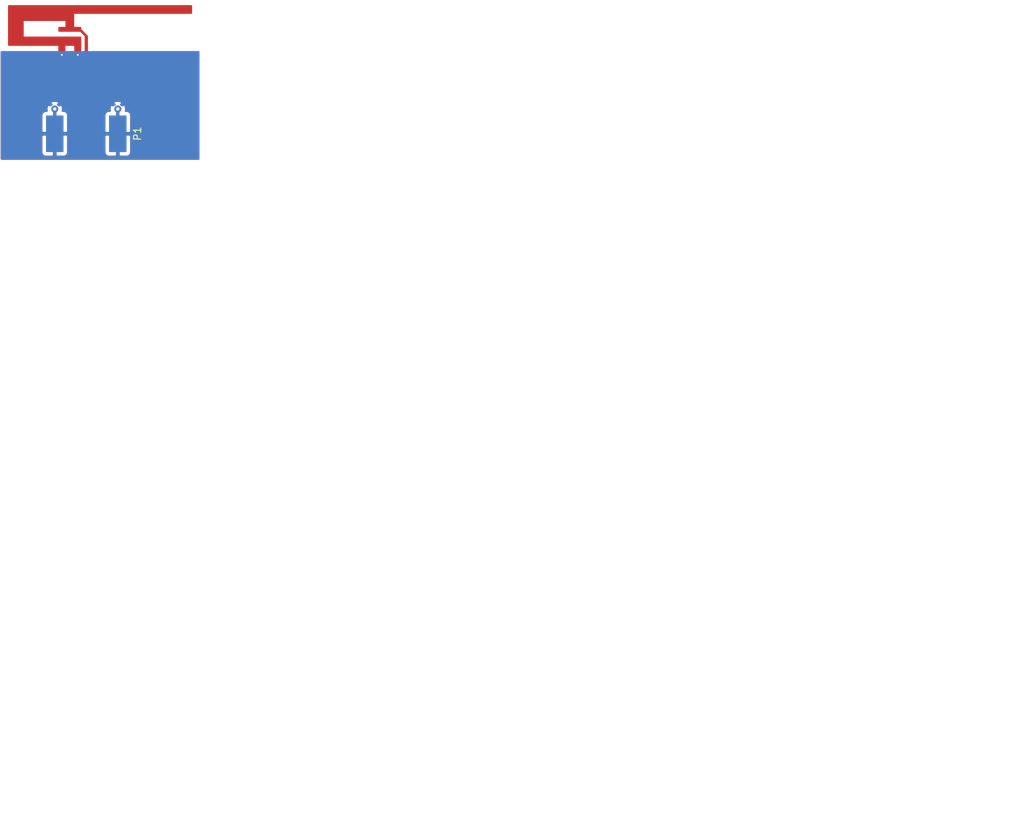
<source format=kicad_pcb>
(kicad_pcb (version 4) (host pcbnew 4.0.5)

  (general
    (links 10)
    (no_connects 2)
    (area 130.328999 78.030399 272.295714 194.39)
    (thickness 1.6)
    (drawings 7)
    (tracks 2)
    (zones 0)
    (modules 1)
    (nets 2)
  )

  (page A4)
  (layers
    (0 F.Cu signal)
    (31 B.Cu signal)
    (32 B.Adhes user)
    (33 F.Adhes user)
    (34 B.Paste user)
    (35 F.Paste user)
    (36 B.SilkS user)
    (37 F.SilkS user)
    (38 B.Mask user)
    (39 F.Mask user)
    (40 Dwgs.User user)
    (41 Cmts.User user)
    (42 Eco1.User user hide)
    (43 Eco2.User user hide)
    (44 Edge.Cuts user)
    (45 Margin user)
    (46 B.CrtYd user)
    (47 F.CrtYd user)
    (48 B.Fab user)
    (49 F.Fab user)
  )

  (setup
    (last_trace_width 0.254)
    (trace_clearance 0.254)
    (zone_clearance 0.508)
    (zone_45_only yes)
    (trace_min 0.127)
    (segment_width 0.2)
    (edge_width 1.9812)
    (via_size 0.3556)
    (via_drill 0.254)
    (via_min_size 0.254)
    (via_min_drill 0.254)
    (uvia_size 0.2032)
    (uvia_drill 0.1524)
    (uvias_allowed no)
    (uvia_min_size 0.2032)
    (uvia_min_drill 0.1524)
    (pcb_text_width 0.3)
    (pcb_text_size 1.5 1.5)
    (mod_edge_width 0.15)
    (mod_text_size 1 1)
    (mod_text_width 0.15)
    (pad_size 5.08 2.29)
    (pad_drill 0.6)
    (pad_to_mask_clearance 0.2)
    (aux_axis_origin 130.429 100.2284)
    (grid_origin 130.429 100.2284)
    (visible_elements 7FFFFFFF)
    (pcbplotparams
      (layerselection 0x030f0_80000001)
      (usegerberextensions false)
      (excludeedgelayer true)
      (linewidth 0.100000)
      (plotframeref false)
      (viasonmask false)
      (mode 1)
      (useauxorigin false)
      (hpglpennumber 1)
      (hpglpenspeed 20)
      (hpglpendiameter 15)
      (hpglpenoverlay 2)
      (psnegative false)
      (psa4output false)
      (plotreference true)
      (plotvalue true)
      (plotinvisibletext false)
      (padsonsilk false)
      (subtractmaskfromsilk false)
      (outputformat 1)
      (mirror false)
      (drillshape 0)
      (scaleselection 1)
      (outputdirectory ""))
  )

  (net 0 "")
  (net 1 GND)

  (net_class Default "This is the default net class."
    (clearance 0.254)
    (trace_width 0.254)
    (via_dia 0.3556)
    (via_drill 0.254)
    (uvia_dia 0.2032)
    (uvia_drill 0.1524)
    (add_net GND)
  )

  (module Connectors_Molex:Molex_SMA_Jack_Edge_Mount (layer F.Cu) (tedit 58AB8E5D) (tstamp 58AA3CD6)
    (at 142.3162 94.8944 90)
    (descr "Molex SMA Jack, Edge Mount, http://www.molex.com/pdm_docs/sd/732511150_sd.pdf")
    (tags "sma edge")
    (path /58AA3B9E)
    (attr smd)
    (fp_text reference P1 (at -1.72 7.11 90) (layer F.SilkS)
      (effects (font (size 1 1) (thickness 0.15)))
    )
    (fp_text value CONN_01X02 (at -1.72 -7.11 90) (layer F.Fab)
      (effects (font (size 1 1) (thickness 0.15)))
    )
    (fp_line (start -4.76 -0.38) (end 0.49 -0.38) (layer F.Fab) (width 0.1))
    (fp_line (start -4.76 0.38) (end 0.49 0.38) (layer F.Fab) (width 0.1))
    (fp_line (start 0.49 -0.38) (end 0.49 0.38) (layer F.Fab) (width 0.1))
    (fp_line (start 0.49 3.75) (end 0.49 4.76) (layer F.Fab) (width 0.1))
    (fp_line (start 0.49 -4.76) (end 0.49 -3.75) (layer F.Fab) (width 0.1))
    (fp_line (start -14.29 -6.09) (end -14.29 6.09) (layer F.CrtYd) (width 0.05))
    (fp_line (start -14.29 6.09) (end 2.71 6.09) (layer F.CrtYd) (width 0.05))
    (fp_line (start 2.71 -6.09) (end 2.71 6.09) (layer B.CrtYd) (width 0.05))
    (fp_line (start -14.29 -6.09) (end 2.71 -6.09) (layer B.CrtYd) (width 0.05))
    (fp_line (start -14.29 -6.09) (end -14.29 6.09) (layer B.CrtYd) (width 0.05))
    (fp_line (start -14.29 6.09) (end 2.71 6.09) (layer B.CrtYd) (width 0.05))
    (fp_line (start 2.71 -6.09) (end 2.71 6.09) (layer F.CrtYd) (width 0.05))
    (fp_line (start 2.71 -6.09) (end -14.29 -6.09) (layer F.CrtYd) (width 0.05))
    (fp_line (start -4.76 -3.75) (end 0.49 -3.75) (layer F.Fab) (width 0.1))
    (fp_line (start -4.76 3.75) (end 0.49 3.75) (layer F.Fab) (width 0.1))
    (fp_line (start -13.79 -2.65) (end -5.91 -2.65) (layer F.Fab) (width 0.1))
    (fp_line (start -13.79 -2.65) (end -13.79 2.65) (layer F.Fab) (width 0.1))
    (fp_line (start -13.79 2.65) (end -5.91 2.65) (layer F.Fab) (width 0.1))
    (fp_line (start -4.76 -3.75) (end -4.76 3.75) (layer F.Fab) (width 0.1))
    (fp_line (start 0.49 -4.76) (end -5.91 -4.76) (layer F.Fab) (width 0.1))
    (fp_line (start -5.91 -4.76) (end -5.91 4.76) (layer F.Fab) (width 0.1))
    (fp_line (start -5.91 4.76) (end 0.49 4.76) (layer F.Fab) (width 0.1))
    (pad 1 smd rect (at -1.72 0 90) (size 5.08 2.29) (layers F.Cu F.Paste F.Mask)
      (net 1 GND))
    (pad 2 smd rect (at -1.72 -4.38 90) (size 5.08 2.42) (layers F.Cu F.Paste F.Mask)
      (net 1 GND))
    (pad 2 smd rect (at -1.72 4.38 90) (size 5.08 2.42) (layers F.Cu F.Paste F.Mask)
      (net 1 GND))
    (pad 2 smd rect (at -1.72 -4.38 90) (size 5.08 2.42) (layers B.Cu B.Paste B.Mask)
      (net 1 GND))
    (pad 2 smd rect (at -1.72 4.38 90) (size 5.08 2.42) (layers B.Cu B.Paste B.Mask)
      (net 1 GND))
    (pad 2 thru_hole circle (at 1.72 -4.38 90) (size 0.97 0.97) (drill 0.46) (layers *.Cu)
      (net 1 GND))
    (pad 2 thru_hole circle (at 1.72 4.38 90) (size 0.97 0.97) (drill 0.46) (layers *.Cu)
      (net 1 GND))
    (pad 2 smd rect (at 1.27 -4.38 90) (size 0.89 0.46) (layers F.Cu)
      (net 1 GND))
    (pad 2 smd rect (at 1.27 4.38 90) (size 0.89 0.46) (layers F.Cu)
      (net 1 GND))
    (pad 2 smd rect (at 1.27 -4.38 90) (size 0.89 0.46) (layers B.Cu)
      (net 1 GND))
    (pad 2 smd rect (at 1.27 4.38 90) (size 0.89 0.46) (layers B.Cu)
      (net 1 GND))
  )

  (gr_line (start 158.0388 100.2284) (end 130.429 100.2284) (angle 90) (layer Margin) (width 0.2))
  (gr_line (start 158.0388 78.1304) (end 158.0388 100.2284) (angle 90) (layer Margin) (width 0.2))
  (gr_line (start 130.429 78.1304) (end 158.0388 78.1304) (angle 90) (layer Margin) (width 0.2))
  (gr_line (start 130.429 100.2284) (end 130.429 78.1304) (angle 90) (layer Margin) (width 0.2))
  (gr_text 0.1 (at 270.51 193.04) (layer Cmts.User)
    (effects (font (size 1.5 1.5) (thickness 0.3)))
  )
  (gr_text "February 19, 2017" (at 217.17 193.04) (layer Cmts.User)
    (effects (font (size 1.5 1.5) (thickness 0.3)))
  )
  (gr_text "Inverted F Antenna Test Board" (at 203.835 189.23) (layer Cmts.User)
    (effects (font (size 1.5 1.5) (thickness 0.3)))
  )

  (via (at 141.1351 85.6488) (size 0.3556) (drill 0.254) (layers F.Cu B.Cu) (net 1))
  (via (at 138.9253 85.6488) (size 0.3556) (drill 0.254) (layers F.Cu B.Cu) (net 1))

  (zone (net 1) (net_name GND) (layer F.Cu) (tstamp 58AA42EA) (hatch edge 0.508)
    (connect_pads (clearance 0.254))
    (min_thickness 0.254)
    (fill yes (arc_segments 16) (thermal_gap 0.508) (thermal_bridge_width 0.508))
    (polygon
      (pts
        (xy 130.429 85.1408) (xy 138.43 85.1408) (xy 138.43 84.4042) (xy 131.445 84.4042) (xy 131.445 78.74)
        (xy 157.0228 78.74) (xy 157.0228 79.9592) (xy 140.6398 79.9592) (xy 140.6398 81.7626) (xy 141.6304 81.7626)
        (xy 141.6304 82.0928) (xy 142.5448 83.0072) (xy 142.5448 85.1408) (xy 142.8496 85.1408) (xy 142.8496 94.4626)
        (xy 143.002 94.4626) (xy 143.002 85.1408) (xy 158.0388 85.1408) (xy 158.0388 100.2284) (xy 130.429 100.2284)
      )
    )
    (polygon
      (pts        (xy 133.6294 80.9498) (xy 133.6294 83.1088) (xy 141.6304 83.1088) (xy 141.6304 94.4626) (xy 141.7828 94.4626)
        (xy 141.7828 85.1408) (xy 142.0876 85.1408) (xy 142.0876 83.058) (xy 141.478 82.4484) (xy 138.43 82.4484)
        (xy 138.43 81.7626) (xy 139.4206 81.7626) (xy 139.4206 80.9498)
      )
    )
    (polygon
      (pts        (xy 139.4206 84.4042) (xy 139.4206 85.1408) (xy 140.6398 85.1408) (xy 140.6398 84.4042)
      )
    )
    (filled_polygon
      (pts
        (xy 156.8958 79.8322) (xy 140.6398 79.8322) (xy 140.59039 79.842206) (xy 140.548765 79.870647) (xy 140.521485 79.913041)
        (xy 140.5128 79.9592) (xy 140.5128 81.7626) (xy 140.522806 81.81201) (xy 140.551247 81.853635) (xy 140.593641 81.880915)
        (xy 140.6398 81.8896) (xy 141.5034 81.8896) (xy 141.5034 82.0928) (xy 141.513406 82.14221) (xy 141.540597 82.182603)
        (xy 142.4178 83.059806) (xy 142.4178 85.1408) (xy 142.427806 85.19021) (xy 142.456247 85.231835) (xy 142.498641 85.259115)
        (xy 142.5448 85.2678) (xy 142.7226 85.2678) (xy 142.7226 93.4394) (xy 142.60195 93.4394) (xy 142.4432 93.59815)
        (xy 142.4432 96.8248) (xy 142.1892 96.8248) (xy 142.1892 93.59815) (xy 142.03045 93.4394) (xy 141.9098 93.4394)
        (xy 141.9098 85.2678) (xy 142.0876 85.2678) (xy 142.13701 85.257794) (xy 142.178635 85.229353) (xy 142.205915 85.186959)
        (xy 142.2146 85.1408) (xy 142.2146 83.058) (xy 142.204594 83.00859) (xy 142.177403 82.968197) (xy 141.567803 82.358597)
        (xy 141.525789 82.330734) (xy 141.478 82.3214) (xy 138.557 82.3214) (xy 138.557 81.8896) (xy 139.4206 81.8896)
        (xy 139.47001 81.879594) (xy 139.511635 81.851153) (xy 139.538915 81.808759) (xy 139.5476 81.7626) (xy 139.5476 80.9498)
        (xy 139.537594 80.90039) (xy 139.509153 80.858765) (xy 139.466759 80.831485) (xy 139.4206 80.8228) (xy 133.6294 80.8228)
        (xy 133.57999 80.832806) (xy 133.538365 80.861247) (xy 133.511085 80.903641) (xy 133.5024 80.9498) (xy 133.5024 83.1088)
        (xy 133.512406 83.15821) (xy 133.540847 83.199835) (xy 133.583241 83.227115) (xy 133.6294 83.2358) (xy 141.5034 83.2358)
        (xy 141.5034 93.4394) (xy 141.04489 93.4394) (xy 140.811501 93.536073) (xy 140.632873 93.714702) (xy 140.5362 93.948091)
        (xy 140.5362 96.32865) (xy 140.5382 96.33065) (xy 140.5382 96.89815) (xy 140.5362 96.90015) (xy 140.5362 99.280709)
        (xy 140.632873 99.514098) (xy 140.811501 99.692727) (xy 141.04489 99.7894) (xy 142.03045 99.7894) (xy 142.04865 99.7712)
        (xy 142.58375 99.7712) (xy 142.60195 99.7894) (xy 143.58751 99.7894) (xy 143.820899 99.692727) (xy 143.999527 99.514098)
        (xy 144.0962 99.280709) (xy 144.0962 96.90015) (xy 144.8512 96.90015) (xy 144.8512 99.280709) (xy 144.947873 99.514098)
        (xy 145.126501 99.692727) (xy 145.35989 99.7894) (xy 146.41045 99.7894) (xy 146.5692 99.63065) (xy 146.5692 96.7414)
        (xy 146.8232 96.7414) (xy 146.8232 99.63065) (xy 146.98195 99.7894) (xy 148.03251 99.7894) (xy 148.265899 99.692727)
        (xy 148.444527 99.514098) (xy 148.5412 99.280709) (xy 148.5412 96.90015) (xy 148.38245 96.7414) (xy 146.8232 96.7414)
        (xy 146.5692 96.7414) (xy 145.00995 96.7414) (xy 144.8512 96.90015) (xy 144.0962 96.90015) (xy 144.0942 96.89815)
        (xy 144.0942 96.33065) (xy 144.0962 96.32865) (xy 144.0962 93.948091) (xy 144.8512 93.948091) (xy 144.8512 96.32865)
        (xy 145.00995 96.4874) (xy 146.5692 96.4874) (xy 146.5692 96.4674) (xy 146.8232 96.4674) (xy 146.8232 96.4874)
        (xy 148.38245 96.4874) (xy 148.5412 96.32865) (xy 148.5412 93.948091) (xy 148.444527 93.714702) (xy 148.265899 93.536073)
        (xy 148.03251 93.4394) (xy 147.788329 93.4394) (xy 147.829349 93.315836) (xy 147.797218 92.871432) (xy 147.688968 92.610092)
        (xy 147.4754 92.574805) (xy 147.347515 92.70269) (xy 147.285899 92.641073) (xy 147.119038 92.571957) (xy 147.295795 92.3952)
        (xy 147.260508 92.181632) (xy 146.837636 92.041251) (xy 146.393232 92.073382) (xy 146.131892 92.181632) (xy 146.096605 92.3952)
        (xy 146.273362 92.571957) (xy 146.106501 92.641073) (xy 146.044885 92.70269) (xy 145.917 92.574805) (xy 145.703432 92.610092)
        (xy 145.563051 93.032964) (xy 145.592437 93.4394) (xy 145.35989 93.4394) (xy 145.126501 93.536073) (xy 144.947873 93.714702)
        (xy 144.8512 93.948091) (xy 144.0962 93.948091) (xy 143.999527 93.714702) (xy 143.820899 93.536073) (xy 143.58751 93.4394)
        (xy 143.129 93.4394) (xy 143.129 85.2678) (xy 157.9118 85.2678) (xy 157.9118 100.1014) (xy 130.556 100.1014)
        (xy 130.556 96.90015) (xy 136.0912 96.90015) (xy 136.0912 99.280709) (xy 136.187873 99.514098) (xy 136.366501 99.692727)
        (xy 136.59989 99.7894) (xy 137.65045 99.7894) (xy 137.8092 99.63065) (xy 137.8092 96.7414) (xy 138.0632 96.7414)
        (xy 138.0632 99.63065) (xy 138.22195 99.7894) (xy 139.27251 99.7894) (xy 139.505899 99.692727) (xy 139.684527 99.514098)
        (xy 139.7812 99.280709) (xy 139.7812 96.90015) (xy 139.62245 96.7414) (xy 138.0632 96.7414) (xy 137.8092 96.7414)
        (xy 136.24995 96.7414) (xy 136.0912 96.90015) (xy 130.556 96.90015) (xy 130.556 93.948091) (xy 136.0912 93.948091)
        (xy 136.0912 96.32865) (xy 136.24995 96.4874) (xy 137.8092 96.4874) (xy 137.8092 96.4674) (xy 138.0632 96.4674)
        (xy 138.0632 96.4874) (xy 139.62245 96.4874) (xy 139.7812 96.32865) (xy 139.7812 93.948091) (xy 139.684527 93.714702)
        (xy 139.505899 93.536073) (xy 139.27251 93.4394) (xy 139.028329 93.4394) (xy 139.069349 93.315836) (xy 139.037218 92.871432)
        (xy 138.928968 92.610092) (xy 138.7154 92.574805) (xy 138.587515 92.70269) (xy 138.525899 92.641073) (xy 138.359038 92.571957)
        (xy 138.535795 92.3952) (xy 138.500508 92.181632) (xy 138.077636 92.041251) (xy 137.633232 92.073382) (xy 137.371892 92.181632)
        (xy 137.336605 92.3952) (xy 137.513362 92.571957) (xy 137.346501 92.641073) (xy 137.284885 92.70269) (xy 137.157 92.574805)
        (xy 136.943432 92.610092) (xy 136.803051 93.032964) (xy 136.832437 93.4394) (xy 136.59989 93.4394) (xy 136.366501 93.536073)
        (xy 136.187873 93.714702) (xy 136.0912 93.948091) (xy 130.556 93.948091) (xy 130.556 85.2678) (xy 138.43 85.2678)
        (xy 138.47941 85.257794) (xy 138.521035 85.229353) (xy 138.548315 85.186959) (xy 138.557 85.1408) (xy 138.557 84.4042)
        (xy 139.2936 84.4042) (xy 139.2936 85.1408) (xy 139.303606 85.19021) (xy 139.332047 85.231835) (xy 139.374441 85.259115)
        (xy 139.4206 85.2678) (xy 140.6398 85.2678) (xy 140.68921 85.257794) (xy 140.730835 85.229353) (xy 140.758115 85.186959)
        (xy 140.7668 85.1408) (xy 140.7668 84.4042) (xy 140.756794 84.35479) (xy 140.728353 84.313165) (xy 140.685959 84.285885)
        (xy 140.6398 84.2772) (xy 139.4206 84.2772) (xy 139.37119 84.287206) (xy 139.329565 84.315647) (xy 139.302285 84.358041)
        (xy 139.2936 84.4042) (xy 138.557 84.4042) (xy 138.546994 84.35479) (xy 138.518553 84.313165) (xy 138.476159 84.285885)
        (xy 138.43 84.2772) (xy 131.572 84.2772) (xy 131.572 78.867) (xy 156.8958 78.867)
      )
    )
  )
  (zone (net 1) (net_name GND) (layer B.Cu) (tstamp 58AA42EA) (hatch edge 0.508)
    (connect_pads (clearance 0.508))
    (min_thickness 0.254)
    (fill yes (arc_segments 16) (thermal_gap 0.508) (thermal_bridge_width 0.508))
    (polygon
      (pts
        (xy 158.0388 100.2284) (xy 130.429 100.2284) (xy 130.429 85.1408) (xy 158.0388 85.1408)
      )
    )
    (filled_polygon
      (pts
        (xy 157.9118 100.1014) (xy 130.556 100.1014) (xy 130.556 96.90015) (xy 136.0912 96.90015) (xy 136.0912 99.280709)
        (xy 136.187873 99.514098) (xy 136.366501 99.692727) (xy 136.59989 99.7894) (xy 137.65045 99.7894) (xy 137.8092 99.63065)
        (xy 137.8092 96.7414) (xy 138.0632 96.7414) (xy 138.0632 99.63065) (xy 138.22195 99.7894) (xy 139.27251 99.7894)
        (xy 139.505899 99.692727) (xy 139.684527 99.514098) (xy 139.7812 99.280709) (xy 139.7812 96.90015) (xy 144.8512 96.90015)
        (xy 144.8512 99.280709) (xy 144.947873 99.514098) (xy 145.126501 99.692727) (xy 145.35989 99.7894) (xy 146.41045 99.7894)
        (xy 146.5692 99.63065) (xy 146.5692 96.7414) (xy 146.8232 96.7414) (xy 146.8232 99.63065) (xy 146.98195 99.7894)
        (xy 148.03251 99.7894) (xy 148.265899 99.692727) (xy 148.444527 99.514098) (xy 148.5412 99.280709) (xy 148.5412 96.90015)
        (xy 148.38245 96.7414) (xy 146.8232 96.7414) (xy 146.5692 96.7414) (xy 145.00995 96.7414) (xy 144.8512 96.90015)
        (xy 139.7812 96.90015) (xy 139.62245 96.7414) (xy 138.0632 96.7414) (xy 137.8092 96.7414) (xy 136.24995 96.7414)
        (xy 136.0912 96.90015) (xy 130.556 96.90015) (xy 130.556 93.948091) (xy 136.0912 93.948091) (xy 136.0912 96.32865)
        (xy 136.24995 96.4874) (xy 137.8092 96.4874) (xy 137.8092 96.4674) (xy 138.0632 96.4674) (xy 138.0632 96.4874)
        (xy 139.62245 96.4874) (xy 139.7812 96.32865) (xy 139.7812 93.948091) (xy 144.8512 93.948091) (xy 144.8512 96.32865)
        (xy 145.00995 96.4874) (xy 146.5692 96.4874) (xy 146.5692 96.4674) (xy 146.8232 96.4674) (xy 146.8232 96.4874)
        (xy 148.38245 96.4874) (xy 148.5412 96.32865) (xy 148.5412 93.948091) (xy 148.444527 93.714702) (xy 148.265899 93.536073)
        (xy 148.03251 93.4394) (xy 147.788329 93.4394) (xy 147.829349 93.315836) (xy 147.797218 92.871432) (xy 147.688968 92.610092)
        (xy 147.4754 92.574805) (xy 147.347515 92.70269) (xy 147.285899 92.641073) (xy 147.119038 92.571957) (xy 147.295795 92.3952)
        (xy 147.260508 92.181632) (xy 146.837636 92.041251) (xy 146.393232 92.073382) (xy 146.131892 92.181632) (xy 146.096605 92.3952)
        (xy 146.273362 92.571957) (xy 146.106501 92.641073) (xy 146.044885 92.70269) (xy 145.917 92.574805) (xy 145.703432 92.610092)
        (xy 145.563051 93.032964) (xy 145.592437 93.4394) (xy 145.35989 93.4394) (xy 145.126501 93.536073) (xy 144.947873 93.714702)
        (xy 144.8512 93.948091) (xy 139.7812 93.948091) (xy 139.684527 93.714702) (xy 139.505899 93.536073) (xy 139.27251 93.4394)
        (xy 139.028329 93.4394) (xy 139.069349 93.315836) (xy 139.037218 92.871432) (xy 138.928968 92.610092) (xy 138.7154 92.574805)
        (xy 138.587515 92.70269) (xy 138.525899 92.641073) (xy 138.359038 92.571957) (xy 138.535795 92.3952) (xy 138.500508 92.181632)
        (xy 138.077636 92.041251) (xy 137.633232 92.073382) (xy 137.371892 92.181632) (xy 137.336605 92.3952) (xy 137.513362 92.571957)
        (xy 137.346501 92.641073) (xy 137.284885 92.70269) (xy 137.157 92.574805) (xy 136.943432 92.610092) (xy 136.803051 93.032964)
        (xy 136.832437 93.4394) (xy 136.59989 93.4394) (xy 136.366501 93.536073) (xy 136.187873 93.714702) (xy 136.0912 93.948091)
        (xy 130.556 93.948091) (xy 130.556 85.2678) (xy 157.9118 85.2678)
      )
    )
  )
  (zone (net 0) (net_name "") (layer F.Cu) (tstamp 58AB8ECE) (hatch edge 0.508)
    (connect_pads (clearance 0.508))
    (min_thickness 0.254)
    (keepout (tracks not_allowed) (vias not_allowed) (copperpour not_allowed))
    (fill (arc_segments 16) (thermal_gap 0.508) (thermal_bridge_width 0.508))
    (polygon
      (pts
        (xy 142.0622 96.9518) (xy 142.5702 96.9518) (xy 142.5702 96.266) (xy 143.9672 96.266) (xy 143.9672 96.9518)
        (xy 142.6464 96.9518) (xy 142.6464 99.6442) (xy 141.986 99.6442) (xy 141.986 96.9518) (xy 140.6652 96.9518)
        (xy 140.6652 96.266) (xy 142.0622 96.266)
      )
    )
  )
)

</source>
